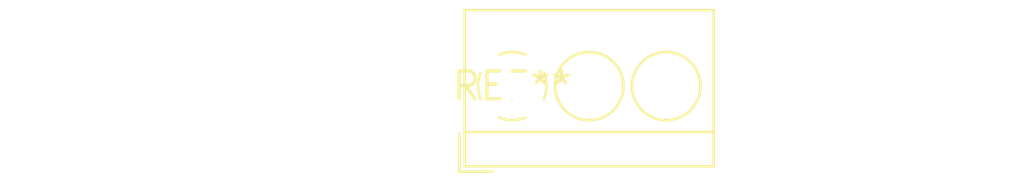
<source format=kicad_pcb>
(kicad_pcb (version 20240108) (generator pcbnew)
  (layers (0 "F.Cu" signal) (31 "B.Cu" signal) (34 "B.Paste" user) (35 "F.Paste" user) (36 "B.SilkS" user "B.Silkscreen") (37 "F.SilkS" user "F.Silkscreen") (38 "B.Mask" user) (39 "F.Mask" user) (44 "Edge.Cuts" user))
  (net 0 "")
  (footprint "TerminalBlock_4Ucon_1x03_P3.50mm_Horizontal" (layer "F.Cu") (at 0 0)
    (property "Reference" "REF**")
    (property "Value" "TerminalBlock_4Ucon_1x03_P3.50mm_Horizontal")
    (fp_line (start -2.4 2.16) (end -2.4 3.9) (layer "F.SilkS") (stroke (width 0.12)))
    (fp_line (start -2.4 3.9) (end -0.9 3.9) (layer "F.SilkS") (stroke (width 0.12)))
    (fp_line (start -2.16 -3.46) (end -2.16 3.66) (layer "F.SilkS") (stroke (width 0.12)))
    (fp_line (start -2.16 -3.46) (end 9.16 -3.46) (layer "F.SilkS") (stroke (width 0.12)))
    (fp_line (start -2.16 2.1) (end 9.16 2.1) (layer "F.SilkS") (stroke (width 0.12)))
    (fp_line (start -2.16 3.66) (end 9.16 3.66) (layer "F.SilkS") (stroke (width 0.12)))
    (fp_line (start 9.16 -3.46) (end 9.16 3.66) (layer "F.SilkS") (stroke (width 0.12)))
    (fp_arc (start -1.432109 0.607742) (mid -1.555727 -0.00014) (end -1.432 -0.608) (layer "F.SilkS") (stroke (width 0.12)))
    (fp_arc (start -0.607742 -1.432109) (mid 0.00014 -1.555727) (end 0.608 -1.432) (layer "F.SilkS") (stroke (width 0.12)))
    (fp_arc (start 0.027011 1.555493) (mid -0.296984 1.527118) (end -0.608 1.432) (layer "F.SilkS") (stroke (width 0.12)))
    (fp_arc (start 0.607587 1.431385) (mid 0.310017 1.523783) (end 0 1.555) (layer "F.SilkS") (stroke (width 0.12)))
    (fp_arc (start 1.432109 -0.607742) (mid 1.555727 0.00014) (end 1.432 0.608) (layer "F.SilkS") (stroke (width 0.12)))
    (fp_circle (center 3.5 0) (end 5.055 0) (layer "F.SilkS") (stroke (width 0.12)) (fill none))
    (fp_circle (center 7 0) (end 8.555 0) (layer "F.SilkS") (stroke (width 0.12)) (fill none))
    (pad "1" thru_hole rect (at 0 0) (size 2.4 2.4) (drill 1.2) (layers *.Cu *.Mask) (remove_unused_layers))
    (pad "2" thru_hole circle (at 3.5 0) (size 2.4 2.4) (drill 1.2) (layers *.Cu *.Mask) (remove_unused_layers))
    (pad "3" thru_hole circle (at 7 0) (size 2.4 2.4) (drill 1.2) (layers *.Cu *.Mask) (remove_unused_layers))
  )
)
</source>
